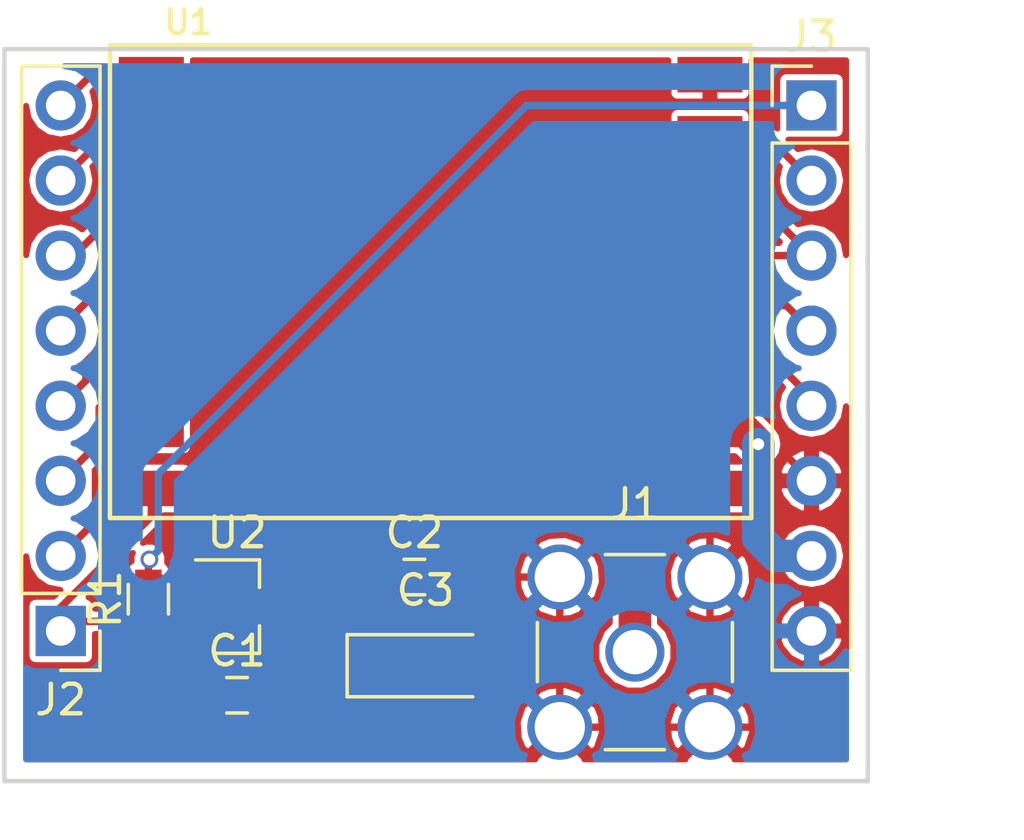
<source format=kicad_pcb>
(kicad_pcb (version 4) (host pcbnew 4.0.6-e0-6349~52~ubuntu16.10.1)

  (general
    (links 33)
    (no_connects 0)
    (area 0 0 0 0)
    (thickness 1.6)
    (drawings 6)
    (tracks 111)
    (zones 0)
    (modules 9)
    (nets 16)
  )

  (page A4)
  (layers
    (0 F.Cu signal)
    (31 B.Cu signal)
    (32 B.Adhes user)
    (33 F.Adhes user)
    (34 B.Paste user)
    (35 F.Paste user)
    (36 B.SilkS user)
    (37 F.SilkS user)
    (38 B.Mask user)
    (39 F.Mask user)
    (40 Dwgs.User user)
    (41 Cmts.User user)
    (42 Eco1.User user)
    (43 Eco2.User user)
    (44 Edge.Cuts user)
    (45 Margin user)
    (46 B.CrtYd user)
    (47 F.CrtYd user)
    (48 B.Fab user)
    (49 F.Fab user)
  )

  (setup
    (last_trace_width 0.25)
    (trace_clearance 0.2)
    (zone_clearance 0.4)
    (zone_45_only no)
    (trace_min 0.2)
    (segment_width 0.2)
    (edge_width 0.15)
    (via_size 0.6)
    (via_drill 0.4)
    (via_min_size 0.4)
    (via_min_drill 0.3)
    (uvia_size 0.3)
    (uvia_drill 0.1)
    (uvias_allowed no)
    (uvia_min_size 0.2)
    (uvia_min_drill 0.1)
    (pcb_text_width 0.3)
    (pcb_text_size 1.5 1.5)
    (mod_edge_width 0.15)
    (mod_text_size 1 1)
    (mod_text_width 0.15)
    (pad_size 1.524 1.524)
    (pad_drill 0.762)
    (pad_to_mask_clearance 0.2)
    (aux_axis_origin 0 0)
    (visible_elements FFFFFF7F)
    (pcbplotparams
      (layerselection 0x00030_80000001)
      (usegerberextensions false)
      (excludeedgelayer true)
      (linewidth 0.100000)
      (plotframeref false)
      (viasonmask false)
      (mode 1)
      (useauxorigin false)
      (hpglpennumber 1)
      (hpglpenspeed 20)
      (hpglpendiameter 15)
      (hpglpenoverlay 2)
      (psnegative false)
      (psa4output false)
      (plotreference true)
      (plotvalue true)
      (plotinvisibletext false)
      (padsonsilk false)
      (subtractmaskfromsilk false)
      (outputformat 1)
      (mirror false)
      (drillshape 1)
      (scaleselection 1)
      (outputdirectory ""))
  )

  (net 0 "")
  (net 1 +3V3)
  (net 2 GND)
  (net 3 /ANA)
  (net 4 /RST)
  (net 5 /DIO0)
  (net 6 /DIO1)
  (net 7 /DIO2)
  (net 8 /DIO3)
  (net 9 /DIO4)
  (net 10 /DIO5)
  (net 11 /SCK)
  (net 12 /MISO)
  (net 13 /MOSI)
  (net 14 /NSS)
  (net 15 /ATSHA)

  (net_class Default "Dies ist die voreingestellte Netzklasse."
    (clearance 0.2)
    (trace_width 0.25)
    (via_dia 0.6)
    (via_drill 0.4)
    (uvia_dia 0.3)
    (uvia_drill 0.1)
    (add_net +3V3)
    (add_net /ATSHA)
    (add_net /DIO0)
    (add_net /DIO1)
    (add_net /DIO2)
    (add_net /DIO3)
    (add_net /DIO4)
    (add_net /DIO5)
    (add_net /MISO)
    (add_net /MOSI)
    (add_net /NSS)
    (add_net /RST)
    (add_net /SCK)
    (add_net GND)
  )

  (net_class ANT ""
    (clearance 0.2)
    (trace_width 1.1)
    (via_dia 0.6)
    (via_drill 0.4)
    (uvia_dia 0.3)
    (uvia_drill 0.1)
    (add_net /ANA)
  )

  (module Capacitors_SMD:C_0603 (layer F.Cu) (tedit 58AA844E) (tstamp 5907576C)
    (at 158.365 124.095)
    (descr "Capacitor SMD 0603, reflow soldering, AVX (see smccp.pdf)")
    (tags "capacitor 0603")
    (path /5907555C)
    (attr smd)
    (fp_text reference C1 (at 0 -1.5) (layer F.SilkS)
      (effects (font (size 1 1) (thickness 0.15)))
    )
    (fp_text value C (at 0 1.5) (layer F.Fab)
      (effects (font (size 1 1) (thickness 0.15)))
    )
    (fp_text user %R (at 0 -1.5) (layer F.Fab)
      (effects (font (size 1 1) (thickness 0.15)))
    )
    (fp_line (start -0.8 0.4) (end -0.8 -0.4) (layer F.Fab) (width 0.1))
    (fp_line (start 0.8 0.4) (end -0.8 0.4) (layer F.Fab) (width 0.1))
    (fp_line (start 0.8 -0.4) (end 0.8 0.4) (layer F.Fab) (width 0.1))
    (fp_line (start -0.8 -0.4) (end 0.8 -0.4) (layer F.Fab) (width 0.1))
    (fp_line (start -0.35 -0.6) (end 0.35 -0.6) (layer F.SilkS) (width 0.12))
    (fp_line (start 0.35 0.6) (end -0.35 0.6) (layer F.SilkS) (width 0.12))
    (fp_line (start -1.4 -0.65) (end 1.4 -0.65) (layer F.CrtYd) (width 0.05))
    (fp_line (start -1.4 -0.65) (end -1.4 0.65) (layer F.CrtYd) (width 0.05))
    (fp_line (start 1.4 0.65) (end 1.4 -0.65) (layer F.CrtYd) (width 0.05))
    (fp_line (start 1.4 0.65) (end -1.4 0.65) (layer F.CrtYd) (width 0.05))
    (pad 1 smd rect (at -0.75 0) (size 0.8 0.75) (layers F.Cu F.Paste F.Mask)
      (net 1 +3V3))
    (pad 2 smd rect (at 0.75 0) (size 0.8 0.75) (layers F.Cu F.Paste F.Mask)
      (net 2 GND))
    (model Capacitors_SMD.3dshapes/C_0603.wrl
      (at (xyz 0 0 0))
      (scale (xyz 1 1 1))
      (rotate (xyz 0 0 0))
    )
  )

  (module Capacitors_SMD:C_0603 (layer F.Cu) (tedit 58AA844E) (tstamp 59075772)
    (at 164.365 120.095)
    (descr "Capacitor SMD 0603, reflow soldering, AVX (see smccp.pdf)")
    (tags "capacitor 0603")
    (path /590755A0)
    (attr smd)
    (fp_text reference C2 (at 0 -1.5) (layer F.SilkS)
      (effects (font (size 1 1) (thickness 0.15)))
    )
    (fp_text value C (at 0 1.5) (layer F.Fab)
      (effects (font (size 1 1) (thickness 0.15)))
    )
    (fp_text user %R (at 0 -1.5) (layer F.Fab)
      (effects (font (size 1 1) (thickness 0.15)))
    )
    (fp_line (start -0.8 0.4) (end -0.8 -0.4) (layer F.Fab) (width 0.1))
    (fp_line (start 0.8 0.4) (end -0.8 0.4) (layer F.Fab) (width 0.1))
    (fp_line (start 0.8 -0.4) (end 0.8 0.4) (layer F.Fab) (width 0.1))
    (fp_line (start -0.8 -0.4) (end 0.8 -0.4) (layer F.Fab) (width 0.1))
    (fp_line (start -0.35 -0.6) (end 0.35 -0.6) (layer F.SilkS) (width 0.12))
    (fp_line (start 0.35 0.6) (end -0.35 0.6) (layer F.SilkS) (width 0.12))
    (fp_line (start -1.4 -0.65) (end 1.4 -0.65) (layer F.CrtYd) (width 0.05))
    (fp_line (start -1.4 -0.65) (end -1.4 0.65) (layer F.CrtYd) (width 0.05))
    (fp_line (start 1.4 0.65) (end 1.4 -0.65) (layer F.CrtYd) (width 0.05))
    (fp_line (start 1.4 0.65) (end -1.4 0.65) (layer F.CrtYd) (width 0.05))
    (pad 1 smd rect (at -0.75 0) (size 0.8 0.75) (layers F.Cu F.Paste F.Mask)
      (net 1 +3V3))
    (pad 2 smd rect (at 0.75 0) (size 0.8 0.75) (layers F.Cu F.Paste F.Mask)
      (net 2 GND))
    (model Capacitors_SMD.3dshapes/C_0603.wrl
      (at (xyz 0 0 0))
      (scale (xyz 1 1 1))
      (rotate (xyz 0 0 0))
    )
  )

  (module Capacitors_Tantalum_SMD:CP_Tantalum_Case-S_EIA-3216-12_Reflow (layer F.Cu) (tedit 57B6E980) (tstamp 59075778)
    (at 164.74 123.095)
    (descr "Tantalum capacitor, Case S, EIA 3216-12, 3.2x1.6x1.2mm, Reflow soldering footprint")
    (tags "capacitor tantalum smd")
    (path /590755C8)
    (attr smd)
    (fp_text reference C3 (at 0 -2.55) (layer F.SilkS)
      (effects (font (size 1 1) (thickness 0.15)))
    )
    (fp_text value CP (at 0 2.55) (layer F.Fab)
      (effects (font (size 1 1) (thickness 0.15)))
    )
    (fp_line (start -2.75 -1.2) (end -2.75 1.2) (layer F.CrtYd) (width 0.05))
    (fp_line (start -2.75 1.2) (end 2.75 1.2) (layer F.CrtYd) (width 0.05))
    (fp_line (start 2.75 1.2) (end 2.75 -1.2) (layer F.CrtYd) (width 0.05))
    (fp_line (start 2.75 -1.2) (end -2.75 -1.2) (layer F.CrtYd) (width 0.05))
    (fp_line (start -1.6 -0.8) (end -1.6 0.8) (layer F.Fab) (width 0.1))
    (fp_line (start -1.6 0.8) (end 1.6 0.8) (layer F.Fab) (width 0.1))
    (fp_line (start 1.6 0.8) (end 1.6 -0.8) (layer F.Fab) (width 0.1))
    (fp_line (start 1.6 -0.8) (end -1.6 -0.8) (layer F.Fab) (width 0.1))
    (fp_line (start -1.28 -0.8) (end -1.28 0.8) (layer F.Fab) (width 0.1))
    (fp_line (start -1.12 -0.8) (end -1.12 0.8) (layer F.Fab) (width 0.1))
    (fp_line (start -2.65 -1.05) (end 1.6 -1.05) (layer F.SilkS) (width 0.12))
    (fp_line (start -2.65 1.05) (end 1.6 1.05) (layer F.SilkS) (width 0.12))
    (fp_line (start -2.65 -1.05) (end -2.65 1.05) (layer F.SilkS) (width 0.12))
    (pad 1 smd rect (at -1.375 0) (size 1.95 1.5) (layers F.Cu F.Paste F.Mask)
      (net 1 +3V3))
    (pad 2 smd rect (at 1.375 0) (size 1.95 1.5) (layers F.Cu F.Paste F.Mask)
      (net 2 GND))
    (model Capacitors_Tantalum_SMD.3dshapes/CP_Tantalum_Case-S_EIA-3216-12.wrl
      (at (xyz 0 0 0))
      (scale (xyz 1 1 1))
      (rotate (xyz 0 0 0))
    )
  )

  (module Connect:SMA_THT_Jack_Straight (layer F.Cu) (tedit 59075CBC) (tstamp 59075781)
    (at 171.825 122.635)
    (descr "SMA pcb through hole jack")
    (tags "SMA THT Jack Straight")
    (path /59075B82)
    (fp_text reference J1 (at 0 -5) (layer F.SilkS)
      (effects (font (size 1 1) (thickness 0.15)))
    )
    (fp_text value CONN_COAXIAL (at 0 5) (layer F.Fab) hide
      (effects (font (size 1 1) (thickness 0.15)))
    )
    (fp_line (start 2.03 -3.05) (end 3.05 -3.05) (layer F.Fab) (width 0.1))
    (fp_line (start -1 -3.3) (end 1 -3.3) (layer F.SilkS) (width 0.12))
    (fp_line (start -1 3.3) (end 1 3.3) (layer F.SilkS) (width 0.12))
    (fp_text user %R (at 0 -5) (layer F.Fab)
      (effects (font (size 1 1) (thickness 0.15)))
    )
    (fp_line (start 3.3 -1) (end 3.3 1) (layer F.SilkS) (width 0.12))
    (fp_line (start -3.3 -1) (end -3.3 1) (layer F.SilkS) (width 0.12))
    (fp_line (start 3.17 -3.17) (end 3.17 3.17) (layer F.Fab) (width 0.1))
    (fp_line (start -3.17 3.17) (end 3.17 3.17) (layer F.Fab) (width 0.1))
    (fp_line (start -3.17 -3.17) (end -3.17 3.17) (layer F.Fab) (width 0.1))
    (fp_line (start -3.17 -3.17) (end 3.17 -3.17) (layer F.Fab) (width 0.1))
    (fp_line (start -2.03 -3.05) (end -2.03 -2.03) (layer F.Fab) (width 0.1))
    (fp_line (start -3.05 -2.03) (end -2.03 -2.03) (layer F.Fab) (width 0.1))
    (fp_line (start -2.03 2.03) (end -2.03 3.05) (layer F.Fab) (width 0.1))
    (fp_line (start -3.05 2.03) (end -2.03 2.03) (layer F.Fab) (width 0.1))
    (fp_line (start 2.03 -3.05) (end 2.03 -2.03) (layer F.Fab) (width 0.1))
    (fp_line (start 2.03 -2.03) (end 3.05 -2.03) (layer F.Fab) (width 0.1))
    (fp_line (start 3.05 2.03) (end 2.03 2.03) (layer F.Fab) (width 0.1))
    (fp_line (start 2.03 2.03) (end 2.03 3.05) (layer F.Fab) (width 0.1))
    (fp_line (start -4.14 -4.14) (end 4.14 -4.14) (layer F.CrtYd) (width 0.05))
    (fp_line (start -4.14 -4.14) (end -4.14 4.14) (layer F.CrtYd) (width 0.05))
    (fp_line (start 4.14 4.14) (end 4.14 -4.14) (layer F.CrtYd) (width 0.05))
    (fp_line (start 4.14 4.14) (end -4.14 4.14) (layer F.CrtYd) (width 0.05))
    (fp_circle (center 0 0) (end 2.04 0) (layer F.Fab) (width 0.1))
    (fp_circle (center 0 0) (end 0.635 0) (layer F.Fab) (width 0.1))
    (fp_line (start 3.05 -3.05) (end 3.05 -2.03) (layer F.Fab) (width 0.1))
    (fp_line (start -3.05 -3.05) (end -3.05 -2.03) (layer F.Fab) (width 0.1))
    (fp_line (start -3.05 -3.05) (end -2.03 -3.05) (layer F.Fab) (width 0.1))
    (fp_line (start -3.05 3.05) (end -2.03 3.05) (layer F.Fab) (width 0.1))
    (fp_line (start -3.05 3.05) (end -3.05 2.03) (layer F.Fab) (width 0.1))
    (fp_line (start 3.05 2.03) (end 3.05 3.05) (layer F.Fab) (width 0.1))
    (fp_line (start 2.03 3.05) (end 3.05 3.05) (layer F.Fab) (width 0.1))
    (pad 2 thru_hole circle (at -2.54 2.54) (size 2.2 2.2) (drill 1.7) (layers *.Cu *.Mask)
      (net 2 GND))
    (pad 2 thru_hole circle (at -2.54 -2.54) (size 2.2 2.2) (drill 1.7) (layers *.Cu *.Mask)
      (net 2 GND))
    (pad 2 thru_hole circle (at 2.54 -2.54) (size 2.2 2.2) (drill 1.7) (layers *.Cu *.Mask)
      (net 2 GND))
    (pad 2 thru_hole circle (at 2.54 2.54) (size 2.2 2.2) (drill 1.7) (layers *.Cu *.Mask)
      (net 2 GND))
    (pad 1 thru_hole circle (at 0 0) (size 2 2) (drill 1.5) (layers *.Cu *.Mask)
      (net 3 /ANA))
  )

  (module Pin_Headers:Pin_Header_Straight_1x08_Pitch2.54mm (layer F.Cu) (tedit 59075CBF) (tstamp 5907578D)
    (at 152.4 121.92 180)
    (descr "Through hole straight pin header, 1x08, 2.54mm pitch, single row")
    (tags "Through hole pin header THT 1x08 2.54mm single row")
    (path /5907591C)
    (fp_text reference J2 (at 0 -2.33 180) (layer F.SilkS)
      (effects (font (size 1 1) (thickness 0.15)))
    )
    (fp_text value CONN_01X08 (at 0 20.11 180) (layer F.Fab) hide
      (effects (font (size 1 1) (thickness 0.15)))
    )
    (fp_line (start -1.27 -1.27) (end -1.27 19.05) (layer F.Fab) (width 0.1))
    (fp_line (start -1.27 19.05) (end 1.27 19.05) (layer F.Fab) (width 0.1))
    (fp_line (start 1.27 19.05) (end 1.27 -1.27) (layer F.Fab) (width 0.1))
    (fp_line (start 1.27 -1.27) (end -1.27 -1.27) (layer F.Fab) (width 0.1))
    (fp_line (start -1.33 1.27) (end -1.33 19.11) (layer F.SilkS) (width 0.12))
    (fp_line (start -1.33 19.11) (end 1.33 19.11) (layer F.SilkS) (width 0.12))
    (fp_line (start 1.33 19.11) (end 1.33 1.27) (layer F.SilkS) (width 0.12))
    (fp_line (start 1.33 1.27) (end -1.33 1.27) (layer F.SilkS) (width 0.12))
    (fp_line (start -1.33 0) (end -1.33 -1.33) (layer F.SilkS) (width 0.12))
    (fp_line (start -1.33 -1.33) (end 0 -1.33) (layer F.SilkS) (width 0.12))
    (fp_line (start -1.8 -1.8) (end -1.8 19.55) (layer F.CrtYd) (width 0.05))
    (fp_line (start -1.8 19.55) (end 1.8 19.55) (layer F.CrtYd) (width 0.05))
    (fp_line (start 1.8 19.55) (end 1.8 -1.8) (layer F.CrtYd) (width 0.05))
    (fp_line (start 1.8 -1.8) (end -1.8 -1.8) (layer F.CrtYd) (width 0.05))
    (fp_text user %R (at 0 -2.33 180) (layer F.Fab)
      (effects (font (size 1 1) (thickness 0.15)))
    )
    (pad 1 thru_hole rect (at 0 0 180) (size 1.7 1.7) (drill 1) (layers *.Cu *.Mask)
      (net 1 +3V3))
    (pad 2 thru_hole oval (at 0 2.54 180) (size 1.7 1.7) (drill 1) (layers *.Cu *.Mask)
      (net 10 /DIO5))
    (pad 3 thru_hole oval (at 0 5.08 180) (size 1.7 1.7) (drill 1) (layers *.Cu *.Mask)
      (net 9 /DIO4))
    (pad 4 thru_hole oval (at 0 7.62 180) (size 1.7 1.7) (drill 1) (layers *.Cu *.Mask)
      (net 8 /DIO3))
    (pad 5 thru_hole oval (at 0 10.16 180) (size 1.7 1.7) (drill 1) (layers *.Cu *.Mask)
      (net 7 /DIO2))
    (pad 6 thru_hole oval (at 0 12.7 180) (size 1.7 1.7) (drill 1) (layers *.Cu *.Mask)
      (net 6 /DIO1))
    (pad 7 thru_hole oval (at 0 15.24 180) (size 1.7 1.7) (drill 1) (layers *.Cu *.Mask)
      (net 5 /DIO0))
    (pad 8 thru_hole oval (at 0 17.78 180) (size 1.7 1.7) (drill 1) (layers *.Cu *.Mask)
      (net 4 /RST))
    (model ${KISYS3DMOD}/Pin_Headers.3dshapes/Pin_Header_Straight_1x08_Pitch2.54mm.wrl
      (at (xyz 0 -0.35 0))
      (scale (xyz 1 1 1))
      (rotate (xyz 0 0 90))
    )
  )

  (module Pin_Headers:Pin_Header_Straight_1x08_Pitch2.54mm (layer F.Cu) (tedit 59075CBA) (tstamp 59075799)
    (at 177.8 104.14)
    (descr "Through hole straight pin header, 1x08, 2.54mm pitch, single row")
    (tags "Through hole pin header THT 1x08 2.54mm single row")
    (path /59075F9E)
    (fp_text reference J3 (at 0 -2.33) (layer F.SilkS)
      (effects (font (size 1 1) (thickness 0.15)))
    )
    (fp_text value CONN_01X08 (at 0 20.11) (layer F.Fab) hide
      (effects (font (size 1 1) (thickness 0.15)))
    )
    (fp_line (start -1.27 -1.27) (end -1.27 19.05) (layer F.Fab) (width 0.1))
    (fp_line (start -1.27 19.05) (end 1.27 19.05) (layer F.Fab) (width 0.1))
    (fp_line (start 1.27 19.05) (end 1.27 -1.27) (layer F.Fab) (width 0.1))
    (fp_line (start 1.27 -1.27) (end -1.27 -1.27) (layer F.Fab) (width 0.1))
    (fp_line (start -1.33 1.27) (end -1.33 19.11) (layer F.SilkS) (width 0.12))
    (fp_line (start -1.33 19.11) (end 1.33 19.11) (layer F.SilkS) (width 0.12))
    (fp_line (start 1.33 19.11) (end 1.33 1.27) (layer F.SilkS) (width 0.12))
    (fp_line (start 1.33 1.27) (end -1.33 1.27) (layer F.SilkS) (width 0.12))
    (fp_line (start -1.33 0) (end -1.33 -1.33) (layer F.SilkS) (width 0.12))
    (fp_line (start -1.33 -1.33) (end 0 -1.33) (layer F.SilkS) (width 0.12))
    (fp_line (start -1.8 -1.8) (end -1.8 19.55) (layer F.CrtYd) (width 0.05))
    (fp_line (start -1.8 19.55) (end 1.8 19.55) (layer F.CrtYd) (width 0.05))
    (fp_line (start 1.8 19.55) (end 1.8 -1.8) (layer F.CrtYd) (width 0.05))
    (fp_line (start 1.8 -1.8) (end -1.8 -1.8) (layer F.CrtYd) (width 0.05))
    (fp_text user %R (at 0 -2.33) (layer F.Fab)
      (effects (font (size 1 1) (thickness 0.15)))
    )
    (pad 1 thru_hole rect (at 0 0) (size 1.7 1.7) (drill 1) (layers *.Cu *.Mask)
      (net 15 /ATSHA))
    (pad 2 thru_hole oval (at 0 2.54) (size 1.7 1.7) (drill 1) (layers *.Cu *.Mask)
      (net 14 /NSS))
    (pad 3 thru_hole oval (at 0 5.08) (size 1.7 1.7) (drill 1) (layers *.Cu *.Mask)
      (net 13 /MOSI))
    (pad 4 thru_hole oval (at 0 7.62) (size 1.7 1.7) (drill 1) (layers *.Cu *.Mask)
      (net 12 /MISO))
    (pad 5 thru_hole oval (at 0 10.16) (size 1.7 1.7) (drill 1) (layers *.Cu *.Mask)
      (net 11 /SCK))
    (pad 6 thru_hole oval (at 0 12.7) (size 1.7 1.7) (drill 1) (layers *.Cu *.Mask)
      (net 2 GND))
    (pad 7 thru_hole oval (at 0 15.24) (size 1.7 1.7) (drill 1) (layers *.Cu *.Mask)
      (net 3 /ANA))
    (pad 8 thru_hole oval (at 0 17.78) (size 1.7 1.7) (drill 1) (layers *.Cu *.Mask)
      (net 2 GND))
    (model ${KISYS3DMOD}/Pin_Headers.3dshapes/Pin_Header_Straight_1x08_Pitch2.54mm.wrl
      (at (xyz 0 -0.35 0))
      (scale (xyz 1 1 1))
      (rotate (xyz 0 0 90))
    )
  )

  (module Resistors_SMD:R_0603 (layer F.Cu) (tedit 58E0A804) (tstamp 5907579F)
    (at 155.365 120.845 90)
    (descr "Resistor SMD 0603, reflow soldering, Vishay (see dcrcw.pdf)")
    (tags "resistor 0603")
    (path /59075AF7)
    (attr smd)
    (fp_text reference R1 (at 0 -1.45 90) (layer F.SilkS)
      (effects (font (size 1 1) (thickness 0.15)))
    )
    (fp_text value R (at 0 1.5 90) (layer F.Fab)
      (effects (font (size 1 1) (thickness 0.15)))
    )
    (fp_text user %R (at 0 0 90) (layer F.Fab)
      (effects (font (size 0.5 0.5) (thickness 0.075)))
    )
    (fp_line (start -0.8 0.4) (end -0.8 -0.4) (layer F.Fab) (width 0.1))
    (fp_line (start 0.8 0.4) (end -0.8 0.4) (layer F.Fab) (width 0.1))
    (fp_line (start 0.8 -0.4) (end 0.8 0.4) (layer F.Fab) (width 0.1))
    (fp_line (start -0.8 -0.4) (end 0.8 -0.4) (layer F.Fab) (width 0.1))
    (fp_line (start 0.5 0.68) (end -0.5 0.68) (layer F.SilkS) (width 0.12))
    (fp_line (start -0.5 -0.68) (end 0.5 -0.68) (layer F.SilkS) (width 0.12))
    (fp_line (start -1.25 -0.7) (end 1.25 -0.7) (layer F.CrtYd) (width 0.05))
    (fp_line (start -1.25 -0.7) (end -1.25 0.7) (layer F.CrtYd) (width 0.05))
    (fp_line (start 1.25 0.7) (end 1.25 -0.7) (layer F.CrtYd) (width 0.05))
    (fp_line (start 1.25 0.7) (end -1.25 0.7) (layer F.CrtYd) (width 0.05))
    (pad 1 smd rect (at -0.75 0 90) (size 0.5 0.9) (layers F.Cu F.Paste F.Mask)
      (net 1 +3V3))
    (pad 2 smd rect (at 0.75 0 90) (size 0.5 0.9) (layers F.Cu F.Paste F.Mask)
      (net 15 /ATSHA))
    (model ${KISYS3DMOD}/Resistors_SMD.3dshapes/R_0603.wrl
      (at (xyz 0 0 0))
      (scale (xyz 1 1 1))
      (rotate (xyz 0 0 0))
    )
  )

  (module mysensors_radios:RFM69HW_SMD (layer F.Cu) (tedit 558806EF) (tstamp 590757B3)
    (at 156.465 103.0986)
    (descr RFM69HW)
    (tags "RFM69HW, RF69")
    (path /590754A5)
    (fp_text reference U1 (at 0.254 -1.778) (layer F.SilkS)
      (effects (font (size 0.8 0.8) (thickness 0.16)))
    )
    (fp_text value RFM69HW (at 8.382 7.112) (layer F.Fab) hide
      (effects (font (size 0.8 0.8) (thickness 0.16)))
    )
    (fp_line (start -2.4 15) (end -2.4 -1) (layer F.SilkS) (width 0.15))
    (fp_line (start 19.3 15) (end -2.4 15) (layer F.SilkS) (width 0.15))
    (fp_line (start 19.3 -1) (end 19.3 15) (layer F.SilkS) (width 0.15))
    (fp_line (start -2.4 -1) (end 19.3 -1) (layer F.SilkS) (width 0.15))
    (fp_line (start -2.4 15) (end 19.3 15) (layer F.CrtYd) (width 0.15))
    (fp_line (start 19.3 -1) (end 19.3 15) (layer F.CrtYd) (width 0.15))
    (fp_line (start -2.4 -1) (end -2.4 15) (layer F.CrtYd) (width 0.15))
    (fp_line (start -2.4 -1) (end 19.3 -1) (layer F.CrtYd) (width 0.15))
    (fp_line (start 19.3 -1) (end 19.3 15) (layer B.CrtYd) (width 0.15))
    (fp_line (start -2.4 -1) (end -2.4 15) (layer B.CrtYd) (width 0.15))
    (fp_line (start -2.4 15) (end 19.3 15) (layer B.CrtYd) (width 0.15))
    (fp_line (start -2.4 -1) (end 19.3 -1) (layer B.CrtYd) (width 0.15))
    (pad 1 smd rect (at -1 0) (size 2.2 1.2) (layers F.Cu F.Paste F.Mask)
      (net 4 /RST))
    (pad 2 smd rect (at -1 2) (size 2.2 1.2) (layers F.Cu F.Paste F.Mask)
      (net 5 /DIO0))
    (pad 3 smd rect (at -1 4) (size 2.2 1.2) (layers F.Cu F.Paste F.Mask)
      (net 6 /DIO1))
    (pad 4 smd rect (at -1 6) (size 2.2 1.2) (layers F.Cu F.Paste F.Mask)
      (net 7 /DIO2))
    (pad 5 smd rect (at -1 8) (size 2.2 1.2) (layers F.Cu F.Paste F.Mask)
      (net 8 /DIO3))
    (pad 6 smd rect (at -1 10) (size 2.2 1.2) (layers F.Cu F.Paste F.Mask)
      (net 9 /DIO4))
    (pad 7 smd rect (at -1 12) (size 2.2 1.2) (layers F.Cu F.Paste F.Mask)
      (net 10 /DIO5))
    (pad 8 smd rect (at -1 14) (size 2.2 1.2) (layers F.Cu F.Paste F.Mask)
      (net 1 +3V3))
    (pad 9 smd rect (at 17.9 14) (size 2.2 1.2) (layers F.Cu F.Paste F.Mask)
      (net 2 GND))
    (pad 10 smd rect (at 17.9 12) (size 2.2 1.2) (layers F.Cu F.Paste F.Mask)
      (net 3 /ANA))
    (pad 11 smd rect (at 17.9 10) (size 2.2 1.2) (layers F.Cu F.Paste F.Mask)
      (net 2 GND))
    (pad 12 smd rect (at 17.9 8) (size 2.2 1.2) (layers F.Cu F.Paste F.Mask)
      (net 11 /SCK))
    (pad 13 smd rect (at 17.9 6) (size 2.2 1.2) (layers F.Cu F.Paste F.Mask)
      (net 12 /MISO))
    (pad 14 smd rect (at 17.9 4) (size 2.2 1.2) (layers F.Cu F.Paste F.Mask)
      (net 13 /MOSI))
    (pad 15 smd rect (at 17.9 2) (size 2.2 1.2) (layers F.Cu F.Paste F.Mask)
      (net 14 /NSS))
    (pad 16 smd rect (at 17.9 0) (size 2.2 1.2) (layers F.Cu F.Paste F.Mask)
      (net 2 GND))
    (model ${MYSLOCAL}/mysensors.3dshapes/mysensors_radios.3dshapes/rfm69hw.wrl
      (at (xyz 0.332 -0.275 0.03))
      (scale (xyz 0.395 0.395 0.395))
      (rotate (xyz 0 0 180))
    )
    (model Crystals.3dshapes/crystal_FA238-TSX3225.wrl
      (at (xyz 0.332 -0.08 0.06))
      (scale (xyz 0.24 0.24 0.24))
      (rotate (xyz 0 0 90))
    )
    (model Housings_DFN_QFN.3dshapes/QFN-28-1EP_5x5mm_Pitch0.5mm.wrl
      (at (xyz 0.204 -0.445 0.06))
      (scale (xyz 1 1 1))
      (rotate (xyz 0 0 0))
    )
  )

  (module TO_SOT_Packages_SMD:SOT-23 (layer F.Cu) (tedit 58CE4E7E) (tstamp 590757BA)
    (at 158.365 121.095)
    (descr "SOT-23, Standard")
    (tags SOT-23)
    (path /5907546A)
    (attr smd)
    (fp_text reference U2 (at 0 -2.5) (layer F.SilkS)
      (effects (font (size 1 1) (thickness 0.15)))
    )
    (fp_text value ATSHA204A (at -3 2 90) (layer F.Fab)
      (effects (font (size 1 1) (thickness 0.15)))
    )
    (fp_text user %R (at 0 0) (layer F.Fab)
      (effects (font (size 0.5 0.5) (thickness 0.075)))
    )
    (fp_line (start -0.7 -0.95) (end -0.7 1.5) (layer F.Fab) (width 0.1))
    (fp_line (start -0.15 -1.52) (end 0.7 -1.52) (layer F.Fab) (width 0.1))
    (fp_line (start -0.7 -0.95) (end -0.15 -1.52) (layer F.Fab) (width 0.1))
    (fp_line (start 0.7 -1.52) (end 0.7 1.52) (layer F.Fab) (width 0.1))
    (fp_line (start -0.7 1.52) (end 0.7 1.52) (layer F.Fab) (width 0.1))
    (fp_line (start 0.76 1.58) (end 0.76 0.65) (layer F.SilkS) (width 0.12))
    (fp_line (start 0.76 -1.58) (end 0.76 -0.65) (layer F.SilkS) (width 0.12))
    (fp_line (start -1.7 -1.75) (end 1.7 -1.75) (layer F.CrtYd) (width 0.05))
    (fp_line (start 1.7 -1.75) (end 1.7 1.75) (layer F.CrtYd) (width 0.05))
    (fp_line (start 1.7 1.75) (end -1.7 1.75) (layer F.CrtYd) (width 0.05))
    (fp_line (start -1.7 1.75) (end -1.7 -1.75) (layer F.CrtYd) (width 0.05))
    (fp_line (start 0.76 -1.58) (end -1.4 -1.58) (layer F.SilkS) (width 0.12))
    (fp_line (start 0.76 1.58) (end -0.7 1.58) (layer F.SilkS) (width 0.12))
    (pad 1 smd rect (at -1 -0.95) (size 0.9 0.8) (layers F.Cu F.Paste F.Mask)
      (net 15 /ATSHA))
    (pad 2 smd rect (at -1 0.95) (size 0.9 0.8) (layers F.Cu F.Paste F.Mask)
      (net 1 +3V3))
    (pad 3 smd rect (at 1 0) (size 0.9 0.8) (layers F.Cu F.Paste F.Mask)
      (net 2 GND))
    (model ${KISYS3DMOD}/TO_SOT_Packages_SMD.3dshapes/SOT-23.wrl
      (at (xyz 0 0 0))
      (scale (xyz 1 1 1))
      (rotate (xyz 0 0 0))
    )
  )

  (dimension 24.765 (width 0.3) (layer Eco1.User)
    (gr_text "24,765 mm" (at 182.325 114.6175 270) (layer Eco1.User)
      (effects (font (size 1.5 1.5) (thickness 0.3)))
    )
    (feature1 (pts (xy 179.705 127) (xy 183.675 127)))
    (feature2 (pts (xy 179.705 102.235) (xy 183.675 102.235)))
    (crossbar (pts (xy 180.975 102.235) (xy 180.975 127)))
    (arrow1a (pts (xy 180.975 127) (xy 180.388579 125.873496)))
    (arrow1b (pts (xy 180.975 127) (xy 181.561421 125.873496)))
    (arrow2a (pts (xy 180.975 102.235) (xy 180.388579 103.361504)))
    (arrow2b (pts (xy 180.975 102.235) (xy 181.561421 103.361504)))
  )
  (dimension 29.21 (width 0.3) (layer Eco1.User)
    (gr_text "29,210 mm" (at 165.1 129.62) (layer Eco1.User)
      (effects (font (size 1.5 1.5) (thickness 0.3)))
    )
    (feature1 (pts (xy 150.495 127) (xy 150.495 130.97)))
    (feature2 (pts (xy 179.705 127) (xy 179.705 130.97)))
    (crossbar (pts (xy 179.705 128.27) (xy 150.495 128.27)))
    (arrow1a (pts (xy 150.495 128.27) (xy 151.621504 127.683579)))
    (arrow1b (pts (xy 150.495 128.27) (xy 151.621504 128.856421)))
    (arrow2a (pts (xy 179.705 128.27) (xy 178.578496 127.683579)))
    (arrow2b (pts (xy 179.705 128.27) (xy 178.578496 128.856421)))
  )
  (gr_line (start 179.705 127) (end 179.705 102.235) (layer Edge.Cuts) (width 0.15))
  (gr_line (start 150.495 127) (end 179.705 127) (layer Edge.Cuts) (width 0.15))
  (gr_line (start 150.495 102.235) (end 150.495 127) (layer Edge.Cuts) (width 0.15))
  (gr_line (start 179.705 102.235) (end 150.495 102.235) (layer Edge.Cuts) (width 0.15))

  (segment (start 155.365 121.595) (end 152.725 121.595) (width 0.25) (layer F.Cu) (net 1))
  (segment (start 152.725 121.595) (end 152.4 121.92) (width 0.25) (layer F.Cu) (net 1))
  (segment (start 157.365 122.045) (end 155.815 122.045) (width 0.25) (layer F.Cu) (net 1))
  (segment (start 155.815 122.045) (end 155.365 121.595) (width 0.25) (layer F.Cu) (net 1))
  (segment (start 157.615 124.095) (end 157.615 122.295) (width 0.25) (layer F.Cu) (net 1))
  (segment (start 157.615 122.295) (end 157.365 122.045) (width 0.25) (layer F.Cu) (net 1))
  (segment (start 163.615 120.095) (end 163.59 120.095) (width 0.25) (layer F.Cu) (net 1))
  (segment (start 163.59 120.095) (end 160.5936 117.0986) (width 0.25) (layer F.Cu) (net 1))
  (segment (start 160.5936 117.0986) (end 156.815 117.0986) (width 0.25) (layer F.Cu) (net 1))
  (segment (start 156.815 117.0986) (end 155.465 117.0986) (width 0.25) (layer F.Cu) (net 1))
  (segment (start 163.615 120.095) (end 163.615 122.845) (width 0.25) (layer F.Cu) (net 1))
  (segment (start 163.615 122.845) (end 163.365 123.095) (width 0.25) (layer F.Cu) (net 1))
  (segment (start 152.4 121.119002) (end 152.4 121.92) (width 0.25) (layer F.Cu) (net 1))
  (segment (start 155.465 117.0986) (end 155.465 118.054002) (width 0.25) (layer F.Cu) (net 1))
  (segment (start 155.465 118.054002) (end 152.4 121.119002) (width 0.25) (layer F.Cu) (net 1))
  (segment (start 168.5014 113.0986) (end 165.115 116.485) (width 0.25) (layer F.Cu) (net 2))
  (segment (start 165.115 116.485) (end 165.115 120.095) (width 0.25) (layer F.Cu) (net 2))
  (segment (start 174.365 113.0986) (end 168.5014 113.0986) (width 0.25) (layer F.Cu) (net 2))
  (segment (start 169.285 120.095) (end 165.115 120.095) (width 0.25) (layer F.Cu) (net 2))
  (segment (start 177.54 117.1) (end 177.8 116.84) (width 0.25) (layer F.Cu) (net 2))
  (segment (start 174.3664 117.1) (end 174.365 117.0986) (width 0.25) (layer F.Cu) (net 2))
  (segment (start 165.115 120.095) (end 165.505 120.095) (width 0.25) (layer F.Cu) (net 2))
  (segment (start 174.365 103.0986) (end 173.015 103.0986) (width 0.25) (layer F.Cu) (net 2))
  (segment (start 173.015 103.0986) (end 172.939999 103.173601) (width 0.25) (layer F.Cu) (net 2))
  (segment (start 173.865 113.0986) (end 174.365 113.0986) (width 0.25) (layer F.Cu) (net 2))
  (segment (start 172.939999 103.173601) (end 172.939999 112.173599) (width 0.25) (layer F.Cu) (net 2))
  (segment (start 172.939999 112.173599) (end 173.865 113.0986) (width 0.25) (layer F.Cu) (net 2))
  (segment (start 159.115 124.095) (end 159.765 124.095) (width 0.25) (layer F.Cu) (net 2))
  (segment (start 159.765 124.095) (end 159.840001 124.170001) (width 0.25) (layer F.Cu) (net 2))
  (segment (start 159.840001 124.170001) (end 164.814999 124.170001) (width 0.25) (layer F.Cu) (net 2))
  (segment (start 164.814999 124.170001) (end 165.89 123.095) (width 0.25) (layer F.Cu) (net 2))
  (segment (start 165.89 123.095) (end 166.115 123.095) (width 0.25) (layer F.Cu) (net 2))
  (segment (start 159.365 121.095) (end 159.365 123.845) (width 0.25) (layer F.Cu) (net 2))
  (segment (start 159.365 123.845) (end 159.115 124.095) (width 0.25) (layer F.Cu) (net 2))
  (segment (start 165.115 120.095) (end 165.765 120.095) (width 0.25) (layer F.Cu) (net 2))
  (segment (start 165.765 120.095) (end 166.115 120.445) (width 0.25) (layer F.Cu) (net 2))
  (segment (start 166.115 122.095) (end 166.115 123.095) (width 0.25) (layer F.Cu) (net 2))
  (segment (start 166.115 120.445) (end 166.115 122.095) (width 0.25) (layer F.Cu) (net 2))
  (segment (start 169.285 123.619366) (end 169.285 123.1) (width 0.25) (layer F.Cu) (net 2))
  (segment (start 169.285 123.1) (end 169.285 120.095) (width 0.25) (layer F.Cu) (net 2))
  (segment (start 166.115 123.095) (end 169.28 123.095) (width 0.25) (layer F.Cu) (net 2))
  (segment (start 169.28 123.095) (end 169.285 123.1) (width 0.25) (layer F.Cu) (net 2))
  (segment (start 174.365 120.095) (end 174.365 117.0986) (width 0.25) (layer F.Cu) (net 2))
  (segment (start 174.365 125.175) (end 174.365 123.619366) (width 0.25) (layer F.Cu) (net 2))
  (segment (start 174.365 123.619366) (end 174.365 120.095) (width 0.25) (layer F.Cu) (net 2))
  (segment (start 169.285 125.175) (end 169.285 123.619366) (width 0.25) (layer F.Cu) (net 2))
  (segment (start 174.365 125.175) (end 172.809366 125.175) (width 0.25) (layer F.Cu) (net 2))
  (segment (start 172.809366 125.175) (end 169.285 125.175) (width 0.25) (layer F.Cu) (net 2))
  (segment (start 177.8 121.92) (end 177.8 124.7) (width 0.25) (layer F.Cu) (net 2))
  (segment (start 177.8 124.7) (end 177.325 125.175) (width 0.25) (layer F.Cu) (net 2))
  (segment (start 177.325 125.175) (end 174.365 125.175) (width 0.25) (layer F.Cu) (net 2))
  (segment (start 174.365 113.0986) (end 174.865 113.0986) (width 0.25) (layer F.Cu) (net 2))
  (segment (start 174.865 113.0986) (end 176.950001 115.183601) (width 0.25) (layer F.Cu) (net 2))
  (segment (start 176.950001 115.183601) (end 176.950001 115.990001) (width 0.25) (layer F.Cu) (net 2))
  (segment (start 176.950001 115.990001) (end 177.8 116.84) (width 0.25) (layer F.Cu) (net 2))
  (segment (start 177.8 119.38) (end 176.597919 119.38) (width 1.1) (layer B.Cu) (net 3))
  (segment (start 176.597919 119.38) (end 176 118.782081) (width 1.1) (layer B.Cu) (net 3))
  (segment (start 176 118.782081) (end 176 116.024264) (width 1.1) (layer B.Cu) (net 3))
  (segment (start 176 116.024264) (end 176 115.6) (width 1.1) (layer B.Cu) (net 3))
  (segment (start 174.365 115.0986) (end 175.4986 115.0986) (width 1.1) (layer F.Cu) (net 3))
  (segment (start 175.4986 115.0986) (end 176 115.6) (width 1.1) (layer F.Cu) (net 3))
  (via (at 176 115.6) (size 0.6) (drill 0.4) (layers F.Cu B.Cu) (net 3))
  (segment (start 171.825 122.635) (end 171.825 115.4386) (width 1.1) (layer F.Cu) (net 3))
  (segment (start 171.825 115.4386) (end 172.165 115.0986) (width 1.1) (layer F.Cu) (net 3))
  (segment (start 172.165 115.0986) (end 174.365 115.0986) (width 1.1) (layer F.Cu) (net 3))
  (segment (start 153.4414 103.0986) (end 152.4 104.14) (width 0.25) (layer F.Cu) (net 4))
  (segment (start 155.465 103.0986) (end 153.4414 103.0986) (width 0.25) (layer F.Cu) (net 4))
  (segment (start 155.465 105.0986) (end 153.9814 105.0986) (width 0.25) (layer F.Cu) (net 5))
  (segment (start 153.9814 105.0986) (end 152.4 106.68) (width 0.25) (layer F.Cu) (net 5))
  (segment (start 155.465 107.0986) (end 154.965 107.0986) (width 0.25) (layer F.Cu) (net 6))
  (segment (start 154.965 107.0986) (end 152.8436 109.22) (width 0.25) (layer F.Cu) (net 6))
  (segment (start 152.8436 109.22) (end 152.4 109.22) (width 0.25) (layer F.Cu) (net 6))
  (segment (start 152.4 111.6636) (end 152.4 111.76) (width 0.25) (layer F.Cu) (net 7))
  (segment (start 155.465 109.0986) (end 154.965 109.0986) (width 0.25) (layer F.Cu) (net 7))
  (segment (start 154.965 109.0986) (end 152.4 111.6636) (width 0.25) (layer F.Cu) (net 7))
  (segment (start 155.465 111.0986) (end 154.965 111.0986) (width 0.25) (layer F.Cu) (net 8))
  (segment (start 154.965 111.0986) (end 153.249999 112.813601) (width 0.25) (layer F.Cu) (net 8))
  (segment (start 153.249999 112.813601) (end 153.249999 113.450001) (width 0.25) (layer F.Cu) (net 8))
  (segment (start 153.249999 113.450001) (end 152.4 114.3) (width 0.25) (layer F.Cu) (net 8))
  (segment (start 155.465 113.0986) (end 154.965 113.0986) (width 0.25) (layer F.Cu) (net 9))
  (segment (start 154.965 113.0986) (end 153.700009 114.363591) (width 0.25) (layer F.Cu) (net 9))
  (segment (start 153.700009 114.363591) (end 153.700009 115.539991) (width 0.25) (layer F.Cu) (net 9))
  (segment (start 153.700009 115.539991) (end 153.249999 115.990001) (width 0.25) (layer F.Cu) (net 9))
  (segment (start 153.249999 115.990001) (end 152.4 116.84) (width 0.25) (layer F.Cu) (net 9))
  (segment (start 155.465 115.0986) (end 154.965 115.0986) (width 0.25) (layer F.Cu) (net 10))
  (segment (start 154.965 115.0986) (end 153.575001 116.488599) (width 0.25) (layer F.Cu) (net 10))
  (segment (start 153.575001 116.488599) (end 153.575001 118.204999) (width 0.25) (layer F.Cu) (net 10))
  (segment (start 153.575001 118.204999) (end 153.249999 118.530001) (width 0.25) (layer F.Cu) (net 10))
  (segment (start 153.249999 118.530001) (end 152.4 119.38) (width 0.25) (layer F.Cu) (net 10))
  (segment (start 174.365 111.0986) (end 174.865 111.0986) (width 0.25) (layer F.Cu) (net 11))
  (segment (start 174.865 111.0986) (end 177.8 114.0336) (width 0.25) (layer F.Cu) (net 11))
  (segment (start 177.8 114.0336) (end 177.8 114.3) (width 0.25) (layer F.Cu) (net 11))
  (segment (start 174.365 109.0986) (end 174.865 109.0986) (width 0.25) (layer F.Cu) (net 12))
  (segment (start 174.865 109.0986) (end 176.676401 110.910001) (width 0.25) (layer F.Cu) (net 12))
  (segment (start 176.676401 110.910001) (end 176.950001 110.910001) (width 0.25) (layer F.Cu) (net 12))
  (segment (start 176.950001 110.910001) (end 177.8 111.76) (width 0.25) (layer F.Cu) (net 12))
  (segment (start 177.8 109.22) (end 175.790001 109.22) (width 0.25) (layer F.Cu) (net 13))
  (segment (start 174.365 107.0986) (end 175.6786 107.0986) (width 0.25) (layer F.Cu) (net 13))
  (segment (start 175.6786 107.0986) (end 176.950001 108.370001) (width 0.25) (layer F.Cu) (net 13))
  (segment (start 176.950001 108.370001) (end 177.8 109.22) (width 0.25) (layer F.Cu) (net 13))
  (segment (start 176.2186 105.0986) (end 177.8 106.68) (width 0.25) (layer F.Cu) (net 14))
  (segment (start 174.365 105.0986) (end 176.2186 105.0986) (width 0.25) (layer F.Cu) (net 14))
  (segment (start 157.365 120.145) (end 155.415 120.145) (width 0.25) (layer F.Cu) (net 15))
  (segment (start 155.415 120.145) (end 155.365 120.095) (width 0.25) (layer F.Cu) (net 15) (tstamp 59075C90))
  (segment (start 155.699999 116.600001) (end 168.16 104.14) (width 0.25) (layer B.Cu) (net 15))
  (segment (start 168.16 104.14) (end 177.8 104.14) (width 0.25) (layer B.Cu) (net 15))
  (segment (start 155.4 119.5) (end 155.699999 119.200001) (width 0.25) (layer B.Cu) (net 15))
  (segment (start 155.699999 119.200001) (end 155.699999 116.600001) (width 0.25) (layer B.Cu) (net 15))
  (segment (start 155.365 120.095) (end 155.365 119.535) (width 0.25) (layer F.Cu) (net 15))
  (segment (start 155.365 119.535) (end 155.4 119.5) (width 0.25) (layer F.Cu) (net 15))
  (via (at 155.4 119.5) (size 0.6) (drill 0.4) (layers F.Cu B.Cu) (net 15))

  (zone (net 2) (net_name GND) (layer F.Cu) (tstamp 0) (hatch edge 0.508)
    (connect_pads (clearance 0.2))
    (min_thickness 0.2)
    (fill yes (arc_segments 16) (thermal_gap 0.208) (thermal_bridge_width 0.508))
    (polygon
      (pts
        (xy 179.07 126.365) (xy 151.13 126.365) (xy 151.13 102.235) (xy 179.07 102.235)
      )
    )
    (filled_polygon
      (pts
        (xy 172.957 102.8676) (xy 173.034 102.9446) (xy 174.211 102.9446) (xy 174.211 102.9246) (xy 174.519 102.9246)
        (xy 174.519 102.9446) (xy 175.696 102.9446) (xy 175.773 102.8676) (xy 175.773 102.61) (xy 178.97 102.61)
        (xy 178.97 106.667281) (xy 178.884991 106.239914) (xy 178.635703 105.866827) (xy 178.262616 105.617539) (xy 177.82253 105.53)
        (xy 177.77747 105.53) (xy 177.338381 105.617341) (xy 177.016917 105.295877) (xy 178.65 105.295877) (xy 178.761173 105.274958)
        (xy 178.863279 105.209255) (xy 178.931778 105.109003) (xy 178.955877 104.99) (xy 178.955877 103.29) (xy 178.934958 103.178827)
        (xy 178.869255 103.076721) (xy 178.769003 103.008222) (xy 178.65 102.984123) (xy 176.95 102.984123) (xy 176.838827 103.005042)
        (xy 176.736721 103.070745) (xy 176.668222 103.170997) (xy 176.644123 103.29) (xy 176.644123 104.923083) (xy 176.51912 104.79808)
        (xy 176.381241 104.705951) (xy 176.354257 104.700584) (xy 176.2186 104.6736) (xy 175.770877 104.6736) (xy 175.770877 104.4986)
        (xy 175.749958 104.387427) (xy 175.684255 104.285321) (xy 175.584003 104.216822) (xy 175.465 104.192723) (xy 173.265 104.192723)
        (xy 173.153827 104.213642) (xy 173.051721 104.279345) (xy 172.983222 104.379597) (xy 172.959123 104.4986) (xy 172.959123 105.6986)
        (xy 172.980042 105.809773) (xy 173.045745 105.911879) (xy 173.145997 105.980378) (xy 173.265 106.004477) (xy 175.465 106.004477)
        (xy 175.576173 105.983558) (xy 175.678279 105.917855) (xy 175.746778 105.817603) (xy 175.770877 105.6986) (xy 175.770877 105.5236)
        (xy 176.04256 105.5236) (xy 176.732579 106.213619) (xy 176.715009 106.239914) (xy 176.62747 106.68) (xy 176.715009 107.120086)
        (xy 176.964297 107.493173) (xy 177.337384 107.742461) (xy 177.77747 107.83) (xy 177.82253 107.83) (xy 178.262616 107.742461)
        (xy 178.635703 107.493173) (xy 178.884991 107.120086) (xy 178.97 106.692719) (xy 178.97 109.207281) (xy 178.884991 108.779914)
        (xy 178.635703 108.406827) (xy 178.262616 108.157539) (xy 177.82253 108.07) (xy 177.77747 108.07) (xy 177.338381 108.157341)
        (xy 177.250524 108.069484) (xy 177.250522 108.069481) (xy 175.97912 106.79808) (xy 175.841241 106.705951) (xy 175.814257 106.700584)
        (xy 175.770877 106.691955) (xy 175.770877 106.4986) (xy 175.749958 106.387427) (xy 175.684255 106.285321) (xy 175.584003 106.216822)
        (xy 175.465 106.192723) (xy 173.265 106.192723) (xy 173.153827 106.213642) (xy 173.051721 106.279345) (xy 172.983222 106.379597)
        (xy 172.959123 106.4986) (xy 172.959123 107.6986) (xy 172.980042 107.809773) (xy 173.045745 107.911879) (xy 173.145997 107.980378)
        (xy 173.265 108.004477) (xy 175.465 108.004477) (xy 175.576173 107.983558) (xy 175.678279 107.917855) (xy 175.746778 107.817603)
        (xy 175.755162 107.776202) (xy 176.649481 108.670522) (xy 176.649484 108.670524) (xy 176.732579 108.753619) (xy 176.715009 108.779914)
        (xy 176.712008 108.795) (xy 175.790001 108.795) (xy 175.770877 108.798804) (xy 175.770877 108.4986) (xy 175.749958 108.387427)
        (xy 175.684255 108.285321) (xy 175.584003 108.216822) (xy 175.465 108.192723) (xy 173.265 108.192723) (xy 173.153827 108.213642)
        (xy 173.051721 108.279345) (xy 172.983222 108.379597) (xy 172.959123 108.4986) (xy 172.959123 109.6986) (xy 172.980042 109.809773)
        (xy 173.045745 109.911879) (xy 173.145997 109.980378) (xy 173.265 110.004477) (xy 175.169837 110.004477) (xy 175.358083 110.192723)
        (xy 173.265 110.192723) (xy 173.153827 110.213642) (xy 173.051721 110.279345) (xy 172.983222 110.379597) (xy 172.959123 110.4986)
        (xy 172.959123 111.6986) (xy 172.980042 111.809773) (xy 173.045745 111.911879) (xy 173.145997 111.980378) (xy 173.265 112.004477)
        (xy 175.169837 112.004477) (xy 175.35596 112.1906) (xy 174.596 112.1906) (xy 174.519 112.2676) (xy 174.519 112.9446)
        (xy 175.696 112.9446) (xy 175.773 112.8676) (xy 175.773 112.60764) (xy 176.839283 113.673924) (xy 176.715009 113.859914)
        (xy 176.62747 114.3) (xy 176.715009 114.740086) (xy 176.964297 115.113173) (xy 177.337384 115.362461) (xy 177.77747 115.45)
        (xy 177.82253 115.45) (xy 178.262616 115.362461) (xy 178.635703 115.113173) (xy 178.884991 114.740086) (xy 178.97 114.312719)
        (xy 178.97 119.367281) (xy 178.884991 118.939914) (xy 178.635703 118.566827) (xy 178.262616 118.317539) (xy 177.82253 118.23)
        (xy 177.77747 118.23) (xy 177.337384 118.317539) (xy 176.964297 118.566827) (xy 176.715009 118.939914) (xy 176.62747 119.38)
        (xy 176.715009 119.820086) (xy 176.964297 120.193173) (xy 177.337384 120.442461) (xy 177.77747 120.53) (xy 177.82253 120.53)
        (xy 178.262616 120.442461) (xy 178.635703 120.193173) (xy 178.884991 119.820086) (xy 178.97 119.392719) (xy 178.97 126.265)
        (xy 175.191361 126.265) (xy 175.210578 126.238367) (xy 174.365 125.392789) (xy 173.519422 126.238367) (xy 173.538639 126.265)
        (xy 170.111361 126.265) (xy 170.130578 126.238367) (xy 169.285 125.392789) (xy 168.439422 126.238367) (xy 168.458639 126.265)
        (xy 151.23 126.265) (xy 151.23 124.991548) (xy 167.861185 124.991548) (xy 167.899363 125.550382) (xy 168.039771 125.889357)
        (xy 168.221633 126.020578) (xy 169.067211 125.175) (xy 169.502789 125.175) (xy 170.348367 126.020578) (xy 170.530229 125.889357)
        (xy 170.708815 125.358452) (xy 170.68375 124.991548) (xy 172.941185 124.991548) (xy 172.979363 125.550382) (xy 173.119771 125.889357)
        (xy 173.301633 126.020578) (xy 174.147211 125.175) (xy 174.582789 125.175) (xy 175.428367 126.020578) (xy 175.610229 125.889357)
        (xy 175.788815 125.358452) (xy 175.750637 124.799618) (xy 175.610229 124.460643) (xy 175.428367 124.329422) (xy 174.582789 125.175)
        (xy 174.147211 125.175) (xy 173.301633 124.329422) (xy 173.119771 124.460643) (xy 172.941185 124.991548) (xy 170.68375 124.991548)
        (xy 170.670637 124.799618) (xy 170.530229 124.460643) (xy 170.348367 124.329422) (xy 169.502789 125.175) (xy 169.067211 125.175)
        (xy 168.221633 124.329422) (xy 168.039771 124.460643) (xy 167.861185 124.991548) (xy 151.23 124.991548) (xy 151.23 119.392719)
        (xy 151.315009 119.820086) (xy 151.564297 120.193173) (xy 151.937384 120.442461) (xy 152.37747 120.53) (xy 152.387962 120.53)
        (xy 152.153839 120.764123) (xy 151.55 120.764123) (xy 151.438827 120.785042) (xy 151.336721 120.850745) (xy 151.268222 120.950997)
        (xy 151.244123 121.07) (xy 151.244123 122.77) (xy 151.265042 122.881173) (xy 151.330745 122.983279) (xy 151.430997 123.051778)
        (xy 151.55 123.075877) (xy 153.25 123.075877) (xy 153.361173 123.054958) (xy 153.463279 122.989255) (xy 153.531778 122.889003)
        (xy 153.555877 122.77) (xy 153.555877 122.02) (xy 154.671113 122.02) (xy 154.695745 122.058279) (xy 154.795997 122.126778)
        (xy 154.915 122.150877) (xy 155.319837 122.150877) (xy 155.51448 122.34552) (xy 155.652359 122.437649) (xy 155.679343 122.443016)
        (xy 155.815 122.47) (xy 156.613827 122.47) (xy 156.630042 122.556173) (xy 156.695745 122.658279) (xy 156.795997 122.726778)
        (xy 156.915 122.750877) (xy 157.19 122.750877) (xy 157.19 123.418827) (xy 157.103827 123.435042) (xy 157.001721 123.500745)
        (xy 156.933222 123.600997) (xy 156.909123 123.72) (xy 156.909123 124.47) (xy 156.930042 124.581173) (xy 156.995745 124.683279)
        (xy 157.095997 124.751778) (xy 157.215 124.775877) (xy 158.015 124.775877) (xy 158.126173 124.754958) (xy 158.228279 124.689255)
        (xy 158.296778 124.589003) (xy 158.320877 124.47) (xy 158.320877 124.326) (xy 158.407 124.326) (xy 158.407 124.531265)
        (xy 158.45389 124.644468) (xy 158.540532 124.73111) (xy 158.653735 124.778) (xy 158.884 124.778) (xy 158.961 124.701)
        (xy 158.961 124.249) (xy 159.269 124.249) (xy 159.269 124.701) (xy 159.346 124.778) (xy 159.576265 124.778)
        (xy 159.689468 124.73111) (xy 159.77611 124.644468) (xy 159.823 124.531265) (xy 159.823 124.326) (xy 159.746 124.249)
        (xy 159.269 124.249) (xy 158.961 124.249) (xy 158.484 124.249) (xy 158.407 124.326) (xy 158.320877 124.326)
        (xy 158.320877 123.72) (xy 158.309349 123.658735) (xy 158.407 123.658735) (xy 158.407 123.864) (xy 158.484 123.941)
        (xy 158.961 123.941) (xy 158.961 123.489) (xy 159.269 123.489) (xy 159.269 123.941) (xy 159.746 123.941)
        (xy 159.823 123.864) (xy 159.823 123.658735) (xy 159.77611 123.545532) (xy 159.689468 123.45889) (xy 159.576265 123.412)
        (xy 159.346 123.412) (xy 159.269 123.489) (xy 158.961 123.489) (xy 158.884 123.412) (xy 158.653735 123.412)
        (xy 158.540532 123.45889) (xy 158.45389 123.545532) (xy 158.407 123.658735) (xy 158.309349 123.658735) (xy 158.299958 123.608827)
        (xy 158.234255 123.506721) (xy 158.134003 123.438222) (xy 158.04 123.419186) (xy 158.04 122.647101) (xy 158.096778 122.564003)
        (xy 158.120877 122.445) (xy 158.120877 121.645) (xy 158.099958 121.533827) (xy 158.034255 121.431721) (xy 157.934003 121.363222)
        (xy 157.815 121.339123) (xy 156.915 121.339123) (xy 156.803827 121.360042) (xy 156.701721 121.425745) (xy 156.633222 121.525997)
        (xy 156.614186 121.62) (xy 156.120877 121.62) (xy 156.120877 121.345) (xy 156.117302 121.326) (xy 158.607 121.326)
        (xy 158.607 121.556265) (xy 158.65389 121.669468) (xy 158.740532 121.75611) (xy 158.853735 121.803) (xy 159.134 121.803)
        (xy 159.211 121.726) (xy 159.211 121.249) (xy 159.519 121.249) (xy 159.519 121.726) (xy 159.596 121.803)
        (xy 159.876265 121.803) (xy 159.989468 121.75611) (xy 160.07611 121.669468) (xy 160.123 121.556265) (xy 160.123 121.326)
        (xy 160.046 121.249) (xy 159.519 121.249) (xy 159.211 121.249) (xy 158.684 121.249) (xy 158.607 121.326)
        (xy 156.117302 121.326) (xy 156.099958 121.233827) (xy 156.034255 121.131721) (xy 155.934003 121.063222) (xy 155.815 121.039123)
        (xy 154.915 121.039123) (xy 154.803827 121.060042) (xy 154.701721 121.125745) (xy 154.671483 121.17) (xy 153.555877 121.17)
        (xy 153.555877 121.07) (xy 153.534958 120.958827) (xy 153.469255 120.856721) (xy 153.369003 120.788222) (xy 153.338082 120.78196)
        (xy 154.842845 119.277198) (xy 154.800104 119.380129) (xy 154.799945 119.56254) (xy 154.701721 119.625745) (xy 154.633222 119.725997)
        (xy 154.609123 119.845) (xy 154.609123 120.345) (xy 154.630042 120.456173) (xy 154.695745 120.558279) (xy 154.795997 120.626778)
        (xy 154.915 120.650877) (xy 155.815 120.650877) (xy 155.926173 120.629958) (xy 156.019351 120.57) (xy 156.613827 120.57)
        (xy 156.630042 120.656173) (xy 156.695745 120.758279) (xy 156.795997 120.826778) (xy 156.915 120.850877) (xy 157.815 120.850877)
        (xy 157.926173 120.829958) (xy 158.028279 120.764255) (xy 158.096778 120.664003) (xy 158.102907 120.633735) (xy 158.607 120.633735)
        (xy 158.607 120.864) (xy 158.684 120.941) (xy 159.211 120.941) (xy 159.211 120.464) (xy 159.519 120.464)
        (xy 159.519 120.941) (xy 160.046 120.941) (xy 160.123 120.864) (xy 160.123 120.633735) (xy 160.07611 120.520532)
        (xy 159.989468 120.43389) (xy 159.876265 120.387) (xy 159.596 120.387) (xy 159.519 120.464) (xy 159.211 120.464)
        (xy 159.134 120.387) (xy 158.853735 120.387) (xy 158.740532 120.43389) (xy 158.65389 120.520532) (xy 158.607 120.633735)
        (xy 158.102907 120.633735) (xy 158.120877 120.545) (xy 158.120877 119.745) (xy 158.099958 119.633827) (xy 158.034255 119.531721)
        (xy 157.934003 119.463222) (xy 157.815 119.439123) (xy 156.915 119.439123) (xy 156.803827 119.460042) (xy 156.701721 119.525745)
        (xy 156.633222 119.625997) (xy 156.614186 119.72) (xy 156.091061 119.72) (xy 156.034255 119.631721) (xy 155.999906 119.608252)
        (xy 156.000104 119.381176) (xy 155.908952 119.160571) (xy 155.740317 118.991641) (xy 155.519871 118.900104) (xy 155.281176 118.899896)
        (xy 155.177174 118.942869) (xy 155.765521 118.354522) (xy 155.857649 118.216643) (xy 155.89 118.054002) (xy 155.89 118.004477)
        (xy 156.565 118.004477) (xy 156.676173 117.983558) (xy 156.778279 117.917855) (xy 156.846778 117.817603) (xy 156.870877 117.6986)
        (xy 156.870877 117.5236) (xy 160.41756 117.5236) (xy 162.909123 120.015164) (xy 162.909123 120.47) (xy 162.930042 120.581173)
        (xy 162.995745 120.683279) (xy 163.095997 120.751778) (xy 163.19 120.770814) (xy 163.19 122.039123) (xy 162.39 122.039123)
        (xy 162.278827 122.060042) (xy 162.176721 122.125745) (xy 162.108222 122.225997) (xy 162.084123 122.345) (xy 162.084123 123.845)
        (xy 162.105042 123.956173) (xy 162.170745 124.058279) (xy 162.270997 124.126778) (xy 162.39 124.150877) (xy 164.34 124.150877)
        (xy 164.451173 124.129958) (xy 164.553279 124.064255) (xy 164.621778 123.964003) (xy 164.645877 123.845) (xy 164.645877 123.326)
        (xy 164.832 123.326) (xy 164.832 123.906265) (xy 164.87889 124.019468) (xy 164.965532 124.10611) (xy 165.078735 124.153)
        (xy 165.884 124.153) (xy 165.961 124.076) (xy 165.961 123.249) (xy 166.269 123.249) (xy 166.269 124.076)
        (xy 166.346 124.153) (xy 167.151265 124.153) (xy 167.251134 124.111633) (xy 168.439422 124.111633) (xy 169.285 124.957211)
        (xy 170.130578 124.111633) (xy 173.519422 124.111633) (xy 174.365 124.957211) (xy 175.210578 124.111633) (xy 175.079357 123.929771)
        (xy 174.548452 123.751185) (xy 173.989618 123.789363) (xy 173.650643 123.929771) (xy 173.519422 124.111633) (xy 170.130578 124.111633)
        (xy 169.999357 123.929771) (xy 169.468452 123.751185) (xy 168.909618 123.789363) (xy 168.570643 123.929771) (xy 168.439422 124.111633)
        (xy 167.251134 124.111633) (xy 167.264468 124.10611) (xy 167.35111 124.019468) (xy 167.398 123.906265) (xy 167.398 123.326)
        (xy 167.321 123.249) (xy 166.269 123.249) (xy 165.961 123.249) (xy 164.909 123.249) (xy 164.832 123.326)
        (xy 164.645877 123.326) (xy 164.645877 122.345) (xy 164.634349 122.283735) (xy 164.832 122.283735) (xy 164.832 122.864)
        (xy 164.909 122.941) (xy 165.961 122.941) (xy 165.961 122.114) (xy 166.269 122.114) (xy 166.269 122.941)
        (xy 167.321 122.941) (xy 167.369548 122.892452) (xy 170.524774 122.892452) (xy 170.722271 123.370429) (xy 171.087647 123.736444)
        (xy 171.565279 123.934774) (xy 172.082452 123.935226) (xy 172.560429 123.737729) (xy 172.926444 123.372353) (xy 173.124774 122.894721)
        (xy 173.125226 122.377548) (xy 173.073205 122.251646) (xy 176.690507 122.251646) (xy 176.780949 122.470031) (xy 177.069007 122.818136)
        (xy 177.468352 123.029508) (xy 177.646 122.990729) (xy 177.646 122.074) (xy 177.954 122.074) (xy 177.954 122.990729)
        (xy 178.131648 123.029508) (xy 178.530993 122.818136) (xy 178.819051 122.470031) (xy 178.909493 122.251646) (xy 178.869974 122.074)
        (xy 177.954 122.074) (xy 177.646 122.074) (xy 176.730026 122.074) (xy 176.690507 122.251646) (xy 173.073205 122.251646)
        (xy 172.927729 121.899571) (xy 172.675 121.6464) (xy 172.675 121.588354) (xy 176.690507 121.588354) (xy 176.730026 121.766)
        (xy 177.646 121.766) (xy 177.646 120.849271) (xy 177.954 120.849271) (xy 177.954 121.766) (xy 178.869974 121.766)
        (xy 178.909493 121.588354) (xy 178.819051 121.369969) (xy 178.530993 121.021864) (xy 178.131648 120.810492) (xy 177.954 120.849271)
        (xy 177.646 120.849271) (xy 177.468352 120.810492) (xy 177.069007 121.021864) (xy 176.780949 121.369969) (xy 176.690507 121.588354)
        (xy 172.675 121.588354) (xy 172.675 121.158367) (xy 173.519422 121.158367) (xy 173.650643 121.340229) (xy 174.181548 121.518815)
        (xy 174.740382 121.480637) (xy 175.079357 121.340229) (xy 175.210578 121.158367) (xy 174.365 120.312789) (xy 173.519422 121.158367)
        (xy 172.675 121.158367) (xy 172.675 119.911548) (xy 172.941185 119.911548) (xy 172.979363 120.470382) (xy 173.119771 120.809357)
        (xy 173.301633 120.940578) (xy 174.147211 120.095) (xy 174.582789 120.095) (xy 175.428367 120.940578) (xy 175.610229 120.809357)
        (xy 175.788815 120.278452) (xy 175.750637 119.719618) (xy 175.610229 119.380643) (xy 175.428367 119.249422) (xy 174.582789 120.095)
        (xy 174.147211 120.095) (xy 173.301633 119.249422) (xy 173.119771 119.380643) (xy 172.941185 119.911548) (xy 172.675 119.911548)
        (xy 172.675 119.031633) (xy 173.519422 119.031633) (xy 174.365 119.877211) (xy 175.210578 119.031633) (xy 175.079357 118.849771)
        (xy 174.548452 118.671185) (xy 173.989618 118.709363) (xy 173.650643 118.849771) (xy 173.519422 119.031633) (xy 172.675 119.031633)
        (xy 172.675 117.3296) (xy 172.957 117.3296) (xy 172.957 117.759865) (xy 173.00389 117.873068) (xy 173.090532 117.95971)
        (xy 173.203735 118.0066) (xy 174.134 118.0066) (xy 174.211 117.9296) (xy 174.211 117.2526) (xy 174.519 117.2526)
        (xy 174.519 117.9296) (xy 174.596 118.0066) (xy 175.526265 118.0066) (xy 175.639468 117.95971) (xy 175.72611 117.873068)
        (xy 175.773 117.759865) (xy 175.773 117.3296) (xy 175.696 117.2526) (xy 174.519 117.2526) (xy 174.211 117.2526)
        (xy 173.034 117.2526) (xy 172.957 117.3296) (xy 172.675 117.3296) (xy 172.675 117.171646) (xy 176.690507 117.171646)
        (xy 176.780949 117.390031) (xy 177.069007 117.738136) (xy 177.468352 117.949508) (xy 177.646 117.910729) (xy 177.646 116.994)
        (xy 177.954 116.994) (xy 177.954 117.910729) (xy 178.131648 117.949508) (xy 178.530993 117.738136) (xy 178.819051 117.390031)
        (xy 178.909493 117.171646) (xy 178.869974 116.994) (xy 177.954 116.994) (xy 177.646 116.994) (xy 176.730026 116.994)
        (xy 176.690507 117.171646) (xy 172.675 117.171646) (xy 172.675 116.437335) (xy 172.957 116.437335) (xy 172.957 116.8676)
        (xy 173.034 116.9446) (xy 174.211 116.9446) (xy 174.211 116.2676) (xy 174.134 116.1906) (xy 173.203735 116.1906)
        (xy 173.090532 116.23749) (xy 173.00389 116.324132) (xy 172.957 116.437335) (xy 172.675 116.437335) (xy 172.675 115.9486)
        (xy 173.099488 115.9486) (xy 173.145997 115.980378) (xy 173.265 116.004477) (xy 175.202395 116.004477) (xy 175.388518 116.1906)
        (xy 174.596 116.1906) (xy 174.519 116.2676) (xy 174.519 116.9446) (xy 175.696 116.9446) (xy 175.773 116.8676)
        (xy 175.773 116.508354) (xy 176.690507 116.508354) (xy 176.730026 116.686) (xy 177.646 116.686) (xy 177.646 115.769271)
        (xy 177.954 115.769271) (xy 177.954 116.686) (xy 178.869974 116.686) (xy 178.909493 116.508354) (xy 178.819051 116.289969)
        (xy 178.530993 115.941864) (xy 178.131648 115.730492) (xy 177.954 115.769271) (xy 177.646 115.769271) (xy 177.468352 115.730492)
        (xy 177.069007 115.941864) (xy 176.780949 116.289969) (xy 176.690507 116.508354) (xy 175.773 116.508354) (xy 175.773 116.437335)
        (xy 175.758335 116.40193) (xy 176 116.450001) (xy 176.325281 116.385298) (xy 176.601041 116.201041) (xy 176.785298 115.925281)
        (xy 176.850001 115.6) (xy 176.785298 115.274719) (xy 176.601041 114.998959) (xy 176.099641 114.497559) (xy 175.823881 114.313302)
        (xy 175.684408 114.285559) (xy 175.684255 114.285321) (xy 175.584003 114.216822) (xy 175.465 114.192723) (xy 173.265 114.192723)
        (xy 173.153827 114.213642) (xy 173.0995 114.2486) (xy 172.165005 114.2486) (xy 172.165 114.248599) (xy 171.839719 114.313302)
        (xy 171.563959 114.497559) (xy 171.563957 114.497562) (xy 171.223959 114.837559) (xy 171.039702 115.113319) (xy 170.975 115.4386)
        (xy 170.975 121.646642) (xy 170.723556 121.897647) (xy 170.525226 122.375279) (xy 170.524774 122.892452) (xy 167.369548 122.892452)
        (xy 167.398 122.864) (xy 167.398 122.283735) (xy 167.35111 122.170532) (xy 167.264468 122.08389) (xy 167.151265 122.037)
        (xy 166.346 122.037) (xy 166.269 122.114) (xy 165.961 122.114) (xy 165.884 122.037) (xy 165.078735 122.037)
        (xy 164.965532 122.08389) (xy 164.87889 122.170532) (xy 164.832 122.283735) (xy 164.634349 122.283735) (xy 164.624958 122.233827)
        (xy 164.559255 122.131721) (xy 164.459003 122.063222) (xy 164.34 122.039123) (xy 164.04 122.039123) (xy 164.04 121.158367)
        (xy 168.439422 121.158367) (xy 168.570643 121.340229) (xy 169.101548 121.518815) (xy 169.660382 121.480637) (xy 169.999357 121.340229)
        (xy 170.130578 121.158367) (xy 169.285 120.312789) (xy 168.439422 121.158367) (xy 164.04 121.158367) (xy 164.04 120.771173)
        (xy 164.126173 120.754958) (xy 164.228279 120.689255) (xy 164.296778 120.589003) (xy 164.320877 120.47) (xy 164.320877 120.326)
        (xy 164.407 120.326) (xy 164.407 120.531265) (xy 164.45389 120.644468) (xy 164.540532 120.73111) (xy 164.653735 120.778)
        (xy 164.884 120.778) (xy 164.961 120.701) (xy 164.961 120.249) (xy 165.269 120.249) (xy 165.269 120.701)
        (xy 165.346 120.778) (xy 165.576265 120.778) (xy 165.689468 120.73111) (xy 165.77611 120.644468) (xy 165.823 120.531265)
        (xy 165.823 120.326) (xy 165.746 120.249) (xy 165.269 120.249) (xy 164.961 120.249) (xy 164.484 120.249)
        (xy 164.407 120.326) (xy 164.320877 120.326) (xy 164.320877 119.72) (xy 164.309349 119.658735) (xy 164.407 119.658735)
        (xy 164.407 119.864) (xy 164.484 119.941) (xy 164.961 119.941) (xy 164.961 119.489) (xy 165.269 119.489)
        (xy 165.269 119.941) (xy 165.746 119.941) (xy 165.775452 119.911548) (xy 167.861185 119.911548) (xy 167.899363 120.470382)
        (xy 168.039771 120.809357) (xy 168.221633 120.940578) (xy 169.067211 120.095) (xy 169.502789 120.095) (xy 170.348367 120.940578)
        (xy 170.530229 120.809357) (xy 170.708815 120.278452) (xy 170.670637 119.719618) (xy 170.530229 119.380643) (xy 170.348367 119.249422)
        (xy 169.502789 120.095) (xy 169.067211 120.095) (xy 168.221633 119.249422) (xy 168.039771 119.380643) (xy 167.861185 119.911548)
        (xy 165.775452 119.911548) (xy 165.823 119.864) (xy 165.823 119.658735) (xy 165.77611 119.545532) (xy 165.689468 119.45889)
        (xy 165.576265 119.412) (xy 165.346 119.412) (xy 165.269 119.489) (xy 164.961 119.489) (xy 164.884 119.412)
        (xy 164.653735 119.412) (xy 164.540532 119.45889) (xy 164.45389 119.545532) (xy 164.407 119.658735) (xy 164.309349 119.658735)
        (xy 164.299958 119.608827) (xy 164.234255 119.506721) (xy 164.134003 119.438222) (xy 164.015 119.414123) (xy 163.510164 119.414123)
        (xy 163.127674 119.031633) (xy 168.439422 119.031633) (xy 169.285 119.877211) (xy 170.130578 119.031633) (xy 169.999357 118.849771)
        (xy 169.468452 118.671185) (xy 168.909618 118.709363) (xy 168.570643 118.849771) (xy 168.439422 119.031633) (xy 163.127674 119.031633)
        (xy 160.89412 116.79808) (xy 160.756241 116.705951) (xy 160.729257 116.700584) (xy 160.5936 116.6736) (xy 156.870877 116.6736)
        (xy 156.870877 116.4986) (xy 156.849958 116.387427) (xy 156.784255 116.285321) (xy 156.684003 116.216822) (xy 156.565 116.192723)
        (xy 154.471917 116.192723) (xy 154.660164 116.004477) (xy 156.565 116.004477) (xy 156.676173 115.983558) (xy 156.778279 115.917855)
        (xy 156.846778 115.817603) (xy 156.870877 115.6986) (xy 156.870877 114.4986) (xy 156.849958 114.387427) (xy 156.784255 114.285321)
        (xy 156.684003 114.216822) (xy 156.565 114.192723) (xy 154.471917 114.192723) (xy 154.660164 114.004477) (xy 156.565 114.004477)
        (xy 156.676173 113.983558) (xy 156.778279 113.917855) (xy 156.846778 113.817603) (xy 156.870877 113.6986) (xy 156.870877 113.3296)
        (xy 172.957 113.3296) (xy 172.957 113.759865) (xy 173.00389 113.873068) (xy 173.090532 113.95971) (xy 173.203735 114.0066)
        (xy 174.134 114.0066) (xy 174.211 113.9296) (xy 174.211 113.2526) (xy 174.519 113.2526) (xy 174.519 113.9296)
        (xy 174.596 114.0066) (xy 175.526265 114.0066) (xy 175.639468 113.95971) (xy 175.72611 113.873068) (xy 175.773 113.759865)
        (xy 175.773 113.3296) (xy 175.696 113.2526) (xy 174.519 113.2526) (xy 174.211 113.2526) (xy 173.034 113.2526)
        (xy 172.957 113.3296) (xy 156.870877 113.3296) (xy 156.870877 112.4986) (xy 156.859349 112.437335) (xy 172.957 112.437335)
        (xy 172.957 112.8676) (xy 173.034 112.9446) (xy 174.211 112.9446) (xy 174.211 112.2676) (xy 174.134 112.1906)
        (xy 173.203735 112.1906) (xy 173.090532 112.23749) (xy 173.00389 112.324132) (xy 172.957 112.437335) (xy 156.859349 112.437335)
        (xy 156.849958 112.387427) (xy 156.784255 112.285321) (xy 156.684003 112.216822) (xy 156.565 112.192723) (xy 154.471918 112.192723)
        (xy 154.660164 112.004477) (xy 156.565 112.004477) (xy 156.676173 111.983558) (xy 156.778279 111.917855) (xy 156.846778 111.817603)
        (xy 156.870877 111.6986) (xy 156.870877 110.4986) (xy 156.849958 110.387427) (xy 156.784255 110.285321) (xy 156.684003 110.216822)
        (xy 156.565 110.192723) (xy 154.471918 110.192723) (xy 154.660164 110.004477) (xy 156.565 110.004477) (xy 156.676173 109.983558)
        (xy 156.778279 109.917855) (xy 156.846778 109.817603) (xy 156.870877 109.6986) (xy 156.870877 108.4986) (xy 156.849958 108.387427)
        (xy 156.784255 108.285321) (xy 156.684003 108.216822) (xy 156.565 108.192723) (xy 154.471918 108.192723) (xy 154.660164 108.004477)
        (xy 156.565 108.004477) (xy 156.676173 107.983558) (xy 156.778279 107.917855) (xy 156.846778 107.817603) (xy 156.870877 107.6986)
        (xy 156.870877 106.4986) (xy 156.849958 106.387427) (xy 156.784255 106.285321) (xy 156.684003 106.216822) (xy 156.565 106.192723)
        (xy 154.365 106.192723) (xy 154.253827 106.213642) (xy 154.151721 106.279345) (xy 154.083222 106.379597) (xy 154.059123 106.4986)
        (xy 154.059123 107.403436) (xy 153.127819 108.334741) (xy 152.862616 108.157539) (xy 152.42253 108.07) (xy 152.37747 108.07)
        (xy 151.937384 108.157539) (xy 151.564297 108.406827) (xy 151.315009 108.779914) (xy 151.23 109.207281) (xy 151.23 106.692719)
        (xy 151.315009 107.120086) (xy 151.564297 107.493173) (xy 151.937384 107.742461) (xy 152.37747 107.83) (xy 152.42253 107.83)
        (xy 152.862616 107.742461) (xy 153.235703 107.493173) (xy 153.484991 107.120086) (xy 153.57253 106.68) (xy 153.484991 106.239914)
        (xy 153.467421 106.213619) (xy 154.059123 105.621918) (xy 154.059123 105.6986) (xy 154.080042 105.809773) (xy 154.145745 105.911879)
        (xy 154.245997 105.980378) (xy 154.365 106.004477) (xy 156.565 106.004477) (xy 156.676173 105.983558) (xy 156.778279 105.917855)
        (xy 156.846778 105.817603) (xy 156.870877 105.6986) (xy 156.870877 104.4986) (xy 156.849958 104.387427) (xy 156.784255 104.285321)
        (xy 156.684003 104.216822) (xy 156.565 104.192723) (xy 154.365 104.192723) (xy 154.253827 104.213642) (xy 154.151721 104.279345)
        (xy 154.083222 104.379597) (xy 154.059123 104.4986) (xy 154.059123 104.6736) (xy 153.9814 104.6736) (xy 153.81876 104.705951)
        (xy 153.818758 104.705952) (xy 153.818759 104.705952) (xy 153.680879 104.79808) (xy 152.861619 105.617341) (xy 152.42253 105.53)
        (xy 152.37747 105.53) (xy 151.937384 105.617539) (xy 151.564297 105.866827) (xy 151.315009 106.239914) (xy 151.23 106.667281)
        (xy 151.23 104.152719) (xy 151.315009 104.580086) (xy 151.564297 104.953173) (xy 151.937384 105.202461) (xy 152.37747 105.29)
        (xy 152.42253 105.29) (xy 152.862616 105.202461) (xy 153.235703 104.953173) (xy 153.484991 104.580086) (xy 153.57253 104.14)
        (xy 153.484991 103.699914) (xy 153.467421 103.673619) (xy 153.61744 103.5236) (xy 154.059123 103.5236) (xy 154.059123 103.6986)
        (xy 154.080042 103.809773) (xy 154.145745 103.911879) (xy 154.245997 103.980378) (xy 154.365 104.004477) (xy 156.565 104.004477)
        (xy 156.676173 103.983558) (xy 156.778279 103.917855) (xy 156.846778 103.817603) (xy 156.870877 103.6986) (xy 156.870877 103.3296)
        (xy 172.957 103.3296) (xy 172.957 103.759865) (xy 173.00389 103.873068) (xy 173.090532 103.95971) (xy 173.203735 104.0066)
        (xy 174.134 104.0066) (xy 174.211 103.9296) (xy 174.211 103.2526) (xy 174.519 103.2526) (xy 174.519 103.9296)
        (xy 174.596 104.0066) (xy 175.526265 104.0066) (xy 175.639468 103.95971) (xy 175.72611 103.873068) (xy 175.773 103.759865)
        (xy 175.773 103.3296) (xy 175.696 103.2526) (xy 174.519 103.2526) (xy 174.211 103.2526) (xy 173.034 103.2526)
        (xy 172.957 103.3296) (xy 156.870877 103.3296) (xy 156.870877 102.61) (xy 172.957 102.61)
      )
    )
  )
  (zone (net 2) (net_name GND) (layer B.Cu) (tstamp 0) (hatch edge 0.508)
    (connect_pads (clearance 0.4))
    (min_thickness 0.2)
    (fill yes (arc_segments 16) (thermal_gap 0.408) (thermal_bridge_width 0.508))
    (polygon
      (pts
        (xy 179.07 126.365) (xy 151.13 126.365) (xy 151.13 102.235) (xy 179.07 102.235)
      )
    )
    (filled_polygon
      (pts
        (xy 176.764711 102.815069) (xy 176.594535 102.924575) (xy 176.48037 103.091661) (xy 176.440205 103.29) (xy 176.440205 103.515)
        (xy 168.16 103.515) (xy 167.920822 103.562575) (xy 167.839606 103.616842) (xy 167.718058 103.698058) (xy 167.718056 103.698061)
        (xy 155.258057 116.158059) (xy 155.122574 116.360824) (xy 155.074999 116.600001) (xy 155.074999 118.768686) (xy 154.947428 118.821397)
        (xy 154.722188 119.046245) (xy 154.600139 119.340172) (xy 154.599861 119.658432) (xy 154.721397 119.952572) (xy 154.946245 120.177812)
        (xy 155.240172 120.299861) (xy 155.558432 120.300139) (xy 155.852572 120.178603) (xy 156.077812 119.953755) (xy 156.115204 119.863703)
        (xy 167.661895 119.863703) (xy 167.696933 120.502445) (xy 167.87396 120.929826) (xy 168.112162 121.050049) (xy 169.067211 120.095)
        (xy 169.502789 120.095) (xy 170.457838 121.050049) (xy 170.69604 120.929826) (xy 170.908105 120.326297) (xy 170.88273 119.863703)
        (xy 172.741895 119.863703) (xy 172.776933 120.502445) (xy 172.95396 120.929826) (xy 173.192162 121.050049) (xy 174.147211 120.095)
        (xy 173.192162 119.139951) (xy 172.95396 119.260174) (xy 172.741895 119.863703) (xy 170.88273 119.863703) (xy 170.873067 119.687555)
        (xy 170.69604 119.260174) (xy 170.457838 119.139951) (xy 169.502789 120.095) (xy 169.067211 120.095) (xy 168.112162 119.139951)
        (xy 167.87396 119.260174) (xy 167.661895 119.863703) (xy 156.115204 119.863703) (xy 156.199861 119.659828) (xy 156.199952 119.555123)
        (xy 156.277424 119.439178) (xy 156.29684 119.341568) (xy 156.325 119.200001) (xy 156.324999 119.199996) (xy 156.324999 118.922162)
        (xy 168.329951 118.922162) (xy 169.285 119.877211) (xy 170.240049 118.922162) (xy 170.119826 118.68396) (xy 169.516297 118.471895)
        (xy 168.877555 118.506933) (xy 168.450174 118.68396) (xy 168.329951 118.922162) (xy 156.324999 118.922162) (xy 156.324999 116.858885)
        (xy 168.418883 104.765) (xy 176.440205 104.765) (xy 176.440205 104.99) (xy 176.475069 105.175289) (xy 176.584575 105.345465)
        (xy 176.751661 105.45963) (xy 176.95 105.499795) (xy 177.156609 105.499795) (xy 176.818958 105.725406) (xy 176.526315 106.163377)
        (xy 176.423552 106.68) (xy 176.526315 107.196623) (xy 176.818958 107.634594) (xy 177.256929 107.927237) (xy 177.371366 107.95)
        (xy 177.256929 107.972763) (xy 176.818958 108.265406) (xy 176.526315 108.703377) (xy 176.423552 109.22) (xy 176.526315 109.736623)
        (xy 176.818958 110.174594) (xy 177.256929 110.467237) (xy 177.371366 110.49) (xy 177.256929 110.512763) (xy 176.818958 110.805406)
        (xy 176.526315 111.243377) (xy 176.423552 111.76) (xy 176.526315 112.276623) (xy 176.818958 112.714594) (xy 177.256929 113.007237)
        (xy 177.371366 113.03) (xy 177.256929 113.052763) (xy 176.818958 113.345406) (xy 176.526315 113.783377) (xy 176.423552 114.3)
        (xy 176.502569 114.697246) (xy 176.401818 114.629926) (xy 176 114.55) (xy 175.598182 114.629926) (xy 175.257538 114.857538)
        (xy 175.029926 115.198182) (xy 174.95 115.6) (xy 174.95 118.596177) (xy 174.596297 118.471895) (xy 173.957555 118.506933)
        (xy 173.530174 118.68396) (xy 173.409951 118.922162) (xy 174.365 119.877211) (xy 174.379142 119.863069) (xy 174.596931 120.080858)
        (xy 174.582789 120.095) (xy 175.537838 121.050049) (xy 175.77604 120.929826) (xy 175.988105 120.326297) (xy 175.981545 120.206712)
        (xy 176.196101 120.350074) (xy 176.597919 120.43) (xy 176.961743 120.43) (xy 177.256929 120.627237) (xy 177.363488 120.648433)
        (xy 176.96371 120.850037) (xy 176.617912 121.251517) (xy 176.491462 121.556828) (xy 176.578671 121.766) (xy 177.646 121.766)
        (xy 177.646 121.746) (xy 177.954 121.746) (xy 177.954 121.766) (xy 177.974 121.766) (xy 177.974 122.074)
        (xy 177.954 122.074) (xy 177.954 123.142253) (xy 178.163174 123.228551) (xy 178.63629 122.989963) (xy 178.97 122.602517)
        (xy 178.97 126.265) (xy 175.590836 126.265) (xy 175.631814 126.224022) (xy 175.53784 126.130048) (xy 175.77604 126.009826)
        (xy 175.988105 125.406297) (xy 175.953067 124.767555) (xy 175.77604 124.340174) (xy 175.537838 124.219951) (xy 174.582789 125.175)
        (xy 174.596931 125.189142) (xy 174.379142 125.406931) (xy 174.365 125.392789) (xy 174.350858 125.406931) (xy 174.133069 125.189142)
        (xy 174.147211 125.175) (xy 173.192162 124.219951) (xy 172.95396 124.340174) (xy 172.741895 124.943703) (xy 172.776933 125.582445)
        (xy 172.95396 126.009826) (xy 173.19216 126.130048) (xy 173.098186 126.224022) (xy 173.139164 126.265) (xy 170.510836 126.265)
        (xy 170.551814 126.224022) (xy 170.45784 126.130048) (xy 170.69604 126.009826) (xy 170.908105 125.406297) (xy 170.873067 124.767555)
        (xy 170.69604 124.340174) (xy 170.457838 124.219951) (xy 169.502789 125.175) (xy 169.516931 125.189142) (xy 169.299142 125.406931)
        (xy 169.285 125.392789) (xy 169.270858 125.406931) (xy 169.053069 125.189142) (xy 169.067211 125.175) (xy 168.112162 124.219951)
        (xy 167.87396 124.340174) (xy 167.661895 124.943703) (xy 167.696933 125.582445) (xy 167.87396 126.009826) (xy 168.11216 126.130048)
        (xy 168.018186 126.224022) (xy 168.059164 126.265) (xy 151.23 126.265) (xy 151.23 124.002162) (xy 168.329951 124.002162)
        (xy 169.285 124.957211) (xy 170.240049 124.002162) (xy 170.119826 123.76396) (xy 169.516297 123.551895) (xy 168.877555 123.586933)
        (xy 168.450174 123.76396) (xy 168.329951 124.002162) (xy 151.23 124.002162) (xy 151.23 123.156503) (xy 151.351661 123.23963)
        (xy 151.55 123.279795) (xy 153.25 123.279795) (xy 153.435289 123.244931) (xy 153.605465 123.135425) (xy 153.71963 122.968339)
        (xy 153.726976 122.932059) (xy 170.32474 122.932059) (xy 170.55262 123.483572) (xy 170.974209 123.905897) (xy 171.525323 124.134739)
        (xy 172.122059 124.13526) (xy 172.444181 124.002162) (xy 173.409951 124.002162) (xy 174.365 124.957211) (xy 175.320049 124.002162)
        (xy 175.199826 123.76396) (xy 174.596297 123.551895) (xy 173.957555 123.586933) (xy 173.530174 123.76396) (xy 173.409951 124.002162)
        (xy 172.444181 124.002162) (xy 172.673572 123.90738) (xy 173.095897 123.485791) (xy 173.324739 122.934677) (xy 173.32526 122.337941)
        (xy 173.30263 122.283172) (xy 176.491462 122.283172) (xy 176.617912 122.588483) (xy 176.96371 122.989963) (xy 177.436826 123.228551)
        (xy 177.646 123.142253) (xy 177.646 122.074) (xy 176.578671 122.074) (xy 176.491462 122.283172) (xy 173.30263 122.283172)
        (xy 173.09738 121.786428) (xy 172.675791 121.364103) (xy 172.443959 121.267838) (xy 173.409951 121.267838) (xy 173.530174 121.50604)
        (xy 174.133703 121.718105) (xy 174.772445 121.683067) (xy 175.199826 121.50604) (xy 175.320049 121.267838) (xy 174.365 120.312789)
        (xy 173.409951 121.267838) (xy 172.443959 121.267838) (xy 172.124677 121.135261) (xy 171.527941 121.13474) (xy 170.976428 121.36262)
        (xy 170.554103 121.784209) (xy 170.325261 122.335323) (xy 170.32474 122.932059) (xy 153.726976 122.932059) (xy 153.759795 122.77)
        (xy 153.759795 121.267838) (xy 168.329951 121.267838) (xy 168.450174 121.50604) (xy 169.053703 121.718105) (xy 169.692445 121.683067)
        (xy 170.119826 121.50604) (xy 170.240049 121.267838) (xy 169.285 120.312789) (xy 168.329951 121.267838) (xy 153.759795 121.267838)
        (xy 153.759795 121.07) (xy 153.724931 120.884711) (xy 153.615425 120.714535) (xy 153.448339 120.60037) (xy 153.25 120.560205)
        (xy 153.043391 120.560205) (xy 153.381042 120.334594) (xy 153.673685 119.896623) (xy 153.776448 119.38) (xy 153.673685 118.863377)
        (xy 153.381042 118.425406) (xy 152.943071 118.132763) (xy 152.828634 118.11) (xy 152.943071 118.087237) (xy 153.381042 117.794594)
        (xy 153.673685 117.356623) (xy 153.776448 116.84) (xy 153.673685 116.323377) (xy 153.381042 115.885406) (xy 152.943071 115.592763)
        (xy 152.828634 115.57) (xy 152.943071 115.547237) (xy 153.381042 115.254594) (xy 153.673685 114.816623) (xy 153.776448 114.3)
        (xy 153.673685 113.783377) (xy 153.381042 113.345406) (xy 152.943071 113.052763) (xy 152.828634 113.03) (xy 152.943071 113.007237)
        (xy 153.381042 112.714594) (xy 153.673685 112.276623) (xy 153.776448 111.76) (xy 153.673685 111.243377) (xy 153.381042 110.805406)
        (xy 152.943071 110.512763) (xy 152.828634 110.49) (xy 152.943071 110.467237) (xy 153.381042 110.174594) (xy 153.673685 109.736623)
        (xy 153.776448 109.22) (xy 153.673685 108.703377) (xy 153.381042 108.265406) (xy 152.943071 107.972763) (xy 152.828634 107.95)
        (xy 152.943071 107.927237) (xy 153.381042 107.634594) (xy 153.673685 107.196623) (xy 153.776448 106.68) (xy 153.673685 106.163377)
        (xy 153.381042 105.725406) (xy 152.943071 105.432763) (xy 152.828634 105.41) (xy 152.943071 105.387237) (xy 153.381042 105.094594)
        (xy 153.673685 104.656623) (xy 153.776448 104.14) (xy 153.673685 103.623377) (xy 153.381042 103.185406) (xy 152.943071 102.892763)
        (xy 152.526995 102.81) (xy 176.791651 102.81)
      )
    )
    (filled_polygon
      (pts
        (xy 177.954 116.686) (xy 177.974 116.686) (xy 177.974 116.994) (xy 177.954 116.994) (xy 177.954 117.014)
        (xy 177.646 117.014) (xy 177.646 116.994) (xy 177.626 116.994) (xy 177.626 116.686) (xy 177.646 116.686)
        (xy 177.646 116.666) (xy 177.954 116.666)
      )
    )
  )
)

</source>
